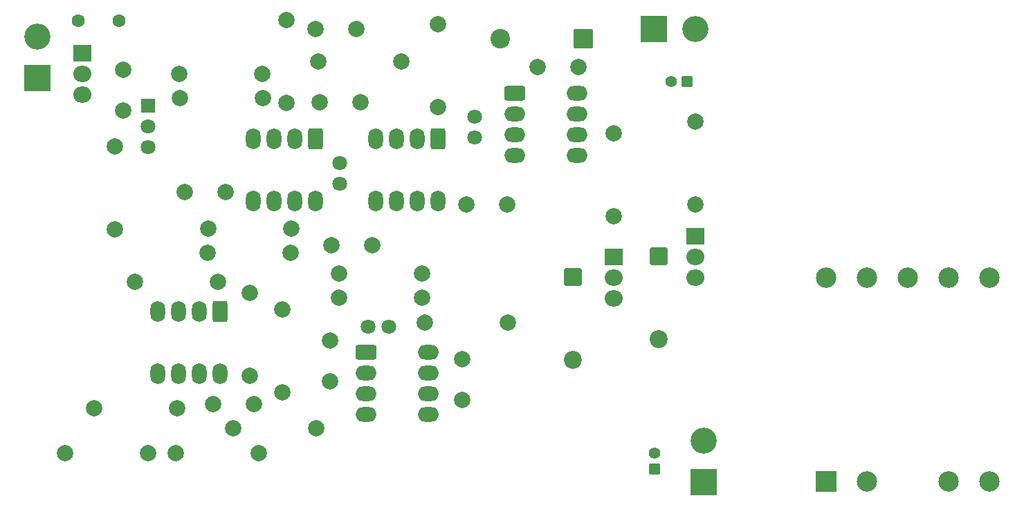
<source format=gbr>
%TF.GenerationSoftware,KiCad,Pcbnew,9.0.6*%
%TF.CreationDate,2025-11-28T19:55:11-03:00*%
%TF.ProjectId,placa_buck,706c6163-615f-4627-9563-6b2e6b696361,rev?*%
%TF.SameCoordinates,Original*%
%TF.FileFunction,Copper,L1,Top*%
%TF.FilePolarity,Positive*%
%FSLAX46Y46*%
G04 Gerber Fmt 4.6, Leading zero omitted, Abs format (unit mm)*
G04 Created by KiCad (PCBNEW 9.0.6) date 2025-11-28 19:55:11*
%MOMM*%
%LPD*%
G01*
G04 APERTURE LIST*
G04 Aperture macros list*
%AMRoundRect*
0 Rectangle with rounded corners*
0 $1 Rounding radius*
0 $2 $3 $4 $5 $6 $7 $8 $9 X,Y pos of 4 corners*
0 Add a 4 corners polygon primitive as box body*
4,1,4,$2,$3,$4,$5,$6,$7,$8,$9,$2,$3,0*
0 Add four circle primitives for the rounded corners*
1,1,$1+$1,$2,$3*
1,1,$1+$1,$4,$5*
1,1,$1+$1,$6,$7*
1,1,$1+$1,$8,$9*
0 Add four rect primitives between the rounded corners*
20,1,$1+$1,$2,$3,$4,$5,0*
20,1,$1+$1,$4,$5,$6,$7,0*
20,1,$1+$1,$6,$7,$8,$9,0*
20,1,$1+$1,$8,$9,$2,$3,0*%
G04 Aperture macros list end*
%TA.AperFunction,ComponentPad*%
%ADD10RoundRect,0.281250X-0.618750X1.018750X-0.618750X-1.018750X0.618750X-1.018750X0.618750X1.018750X0*%
%TD*%
%TA.AperFunction,ComponentPad*%
%ADD11O,1.800000X2.600000*%
%TD*%
%TA.AperFunction,ComponentPad*%
%ADD12R,3.200000X3.200000*%
%TD*%
%TA.AperFunction,ComponentPad*%
%ADD13C,3.200000*%
%TD*%
%TA.AperFunction,ComponentPad*%
%ADD14C,2.000000*%
%TD*%
%TA.AperFunction,ComponentPad*%
%ADD15R,2.200000X2.000000*%
%TD*%
%TA.AperFunction,ComponentPad*%
%ADD16O,2.200000X2.000000*%
%TD*%
%TA.AperFunction,ComponentPad*%
%ADD17R,1.800000X1.800000*%
%TD*%
%TA.AperFunction,ComponentPad*%
%ADD18C,1.800000*%
%TD*%
%TA.AperFunction,ComponentPad*%
%ADD19RoundRect,0.249999X-0.850001X0.850001X-0.850001X-0.850001X0.850001X-0.850001X0.850001X0.850001X0*%
%TD*%
%TA.AperFunction,ComponentPad*%
%ADD20C,2.200000*%
%TD*%
%TA.AperFunction,ComponentPad*%
%ADD21RoundRect,0.291666X0.408334X-0.408334X0.408334X0.408334X-0.408334X0.408334X-0.408334X-0.408334X0*%
%TD*%
%TA.AperFunction,ComponentPad*%
%ADD22C,1.400000*%
%TD*%
%TA.AperFunction,ComponentPad*%
%ADD23RoundRect,0.281250X-1.018750X-0.618750X1.018750X-0.618750X1.018750X0.618750X-1.018750X0.618750X0*%
%TD*%
%TA.AperFunction,ComponentPad*%
%ADD24O,2.600000X1.800000*%
%TD*%
%TA.AperFunction,ComponentPad*%
%ADD25RoundRect,0.291666X0.408334X0.408334X-0.408334X0.408334X-0.408334X-0.408334X0.408334X-0.408334X0*%
%TD*%
%TA.AperFunction,ComponentPad*%
%ADD26RoundRect,0.272726X0.927274X0.927274X-0.927274X0.927274X-0.927274X-0.927274X0.927274X-0.927274X0*%
%TD*%
%TA.AperFunction,ComponentPad*%
%ADD27C,2.400000*%
%TD*%
%TA.AperFunction,ComponentPad*%
%ADD28C,1.600000*%
%TD*%
%TA.AperFunction,ComponentPad*%
%ADD29C,2.500000*%
%TD*%
%TA.AperFunction,ComponentPad*%
%ADD30R,2.500000X2.500000*%
%TD*%
G04 APERTURE END LIST*
D10*
%TO.P,U6,1*%
%TO.N,Net-(R7-Pad2)*%
X158810000Y-67690000D03*
D11*
%TO.P,U6,2,-*%
%TO.N,Vcc{slash}2*%
X156270000Y-67690000D03*
%TO.P,U6,3,+*%
%TO.N,Net-(U6A-+)*%
X153730000Y-67690000D03*
%TO.P,U6,4,V-*%
%TO.N,GND*%
X151190000Y-67690000D03*
%TO.P,U6,5,+*%
X151190000Y-75310000D03*
%TO.P,U6,6,-*%
%TO.N,Vcc*%
X153730000Y-75310000D03*
%TO.P,U6,7*%
%TO.N,unconnected-(U6-Pad7)*%
X156270000Y-75310000D03*
%TO.P,U6,8,V+*%
%TO.N,Vcc*%
X158810000Y-75310000D03*
%TD*%
D10*
%TO.P,U2,1*%
%TO.N,Net-(U3A-+)*%
X170500000Y-46500000D03*
D11*
%TO.P,U2,2,-*%
%TO.N,Net-(JP2-A)*%
X167960000Y-46500000D03*
%TO.P,U2,3,+*%
%TO.N,Net-(U2A-+)*%
X165420000Y-46500000D03*
%TO.P,U2,4,V-*%
%TO.N,GND*%
X162880000Y-46500000D03*
%TO.P,U2,5,+*%
X162880000Y-54120000D03*
%TO.P,U2,6,-*%
%TO.N,Net-(U2B--)*%
X165420000Y-54120000D03*
%TO.P,U2,7*%
X167960000Y-54120000D03*
%TO.P,U2,8,V+*%
%TO.N,Vcc*%
X170500000Y-54120000D03*
%TD*%
D12*
%TO.P,J2,1,Pin_1*%
%TO.N,GND*%
X136500000Y-39080000D03*
D13*
%TO.P,J2,2,Pin_2*%
%TO.N,Vreg*%
X136500000Y-34000000D03*
%TD*%
D14*
%TO.P,R9,1*%
%TO.N,Net-(U6A-+)*%
X148420000Y-64000000D03*
%TO.P,R9,2*%
%TO.N,Net-(R7-Pad2)*%
X158580000Y-64000000D03*
%TD*%
%TO.P,R20,1*%
%TO.N,Vcc{slash}2*%
X160420000Y-82000000D03*
%TO.P,R20,2*%
X170580000Y-82000000D03*
%TD*%
%TO.P,R14,1*%
%TO.N,Net-(C11-Pad2)*%
X167580000Y-57500000D03*
%TO.P,R14,2*%
%TO.N,Net-(JP2-A)*%
X157420000Y-57500000D03*
%TD*%
D15*
%TO.P,U4,1,IN*%
%TO.N,Vreg*%
X142000000Y-36000000D03*
D16*
%TO.P,U4,2,GND*%
%TO.N,GND*%
X142000000Y-38540000D03*
%TO.P,U4,3,OUT*%
%TO.N,Vcc*%
X142000000Y-41080000D03*
%TD*%
D14*
%TO.P,C4,1*%
%TO.N,Net-(U7A--)*%
X172310000Y-76230000D03*
%TO.P,C4,2*%
%TO.N,Triangular*%
X172310000Y-71230000D03*
%TD*%
D17*
%TO.P,U8,1,REF*%
%TO.N,Net-(U8-REF)*%
X150050000Y-42450000D03*
D18*
%TO.P,U8,2,A*%
%TO.N,GND*%
X150050000Y-44990000D03*
%TO.P,U8,3,K*%
%TO.N,Net-(U2A-+)*%
X150050000Y-47530000D03*
%TD*%
D14*
%TO.P,R18,1*%
%TO.N,Vcc*%
X143420000Y-79500000D03*
%TO.P,R18,2*%
X153580000Y-79500000D03*
%TD*%
D15*
%TO.P,Q2,1,G*%
%TO.N,Net-(Q2-G)*%
X207050000Y-60960000D03*
D16*
%TO.P,Q2,2,D*%
%TO.N,Vs*%
X207050000Y-63500000D03*
%TO.P,Q2,3,S*%
%TO.N,GND*%
X207050000Y-66040000D03*
%TD*%
D18*
%TO.P,JP2,1,A*%
%TO.N,Net-(JP2-A)*%
X173500000Y-49500000D03*
%TO.P,JP2,2,B*%
%TO.N,Vf*%
X173500000Y-52040000D03*
%TD*%
%TO.P,JP3,1,A*%
%TO.N,PWM*%
X190000000Y-43750000D03*
%TO.P,JP3,2,B*%
%TO.N,Net-(JP3-B)*%
X190000000Y-46290000D03*
%TD*%
D14*
%TO.P,R7,1*%
%TO.N,Net-(U7A--)*%
X166500000Y-77580000D03*
%TO.P,R7,2*%
%TO.N,Net-(R7-Pad2)*%
X166500000Y-67420000D03*
%TD*%
D19*
%TO.P,D3,1,K*%
%TO.N,Vs*%
X202000000Y-63420000D03*
D20*
%TO.P,D3,2,A*%
%TO.N,GND*%
X202000000Y-73580000D03*
%TD*%
D14*
%TO.P,R12,1*%
%TO.N,Vcc{slash}2*%
X153420000Y-85000000D03*
%TO.P,R12,2*%
%TO.N,GND*%
X163580000Y-85000000D03*
%TD*%
D21*
%TO.P,C2,1*%
%TO.N,Vout*%
X212000000Y-87000000D03*
D22*
%TO.P,C2,2*%
%TO.N,GND*%
X212000000Y-85000000D03*
%TD*%
D14*
%TO.P,C6,1*%
%TO.N,Vcc*%
X188500000Y-73500000D03*
%TO.P,C6,2*%
%TO.N,GND*%
X188500000Y-78500000D03*
%TD*%
%TO.P,C7,1*%
%TO.N,Vcc*%
X158000000Y-79000000D03*
%TO.P,C7,2*%
%TO.N,GND*%
X163000000Y-79000000D03*
%TD*%
D23*
%TO.P,U7,1*%
%TO.N,Triangular*%
X176690000Y-72690000D03*
D24*
%TO.P,U7,2,-*%
%TO.N,Net-(U7A--)*%
X176690000Y-75230000D03*
%TO.P,U7,3,+*%
%TO.N,Vcc{slash}2*%
X176690000Y-77770000D03*
%TO.P,U7,4,V-*%
%TO.N,GND*%
X176690000Y-80310000D03*
%TO.P,U7,5,+*%
X184310000Y-80310000D03*
%TO.P,U7,6,-*%
%TO.N,Net-(U7B--)*%
X184310000Y-77770000D03*
%TO.P,U7,7*%
X184310000Y-75230000D03*
%TO.P,U7,8,V+*%
%TO.N,Vcc*%
X184310000Y-72690000D03*
%TD*%
D14*
%TO.P,R15,1*%
%TO.N,Net-(U2A-+)*%
X164080000Y-41500000D03*
%TO.P,R15,2*%
%TO.N,Net-(U8-REF)*%
X153920000Y-41500000D03*
%TD*%
%TO.P,C5,1*%
%TO.N,Vb*%
X202690000Y-37690000D03*
%TO.P,C5,2*%
%TO.N,Vs*%
X197690000Y-37690000D03*
%TD*%
%TO.P,C8,1*%
%TO.N,Vcc*%
X189000000Y-54500000D03*
%TO.P,C8,2*%
%TO.N,GND*%
X194000000Y-54500000D03*
%TD*%
%TO.P,R6,1*%
%TO.N,Vcc*%
X146000000Y-57580000D03*
%TO.P,R6,2*%
%TO.N,Net-(U2A-+)*%
X146000000Y-47420000D03*
%TD*%
%TO.P,R1,1*%
%TO.N,Net-(Q1-G)*%
X217000000Y-54580000D03*
%TO.P,R1,2*%
%TO.N,Vho*%
X217000000Y-44420000D03*
%TD*%
D15*
%TO.P,Q1,1,G*%
%TO.N,Net-(Q1-G)*%
X217000000Y-58420000D03*
D16*
%TO.P,Q1,2,D*%
%TO.N,Vin*%
X217000000Y-60960000D03*
%TO.P,Q1,3,S*%
%TO.N,Vs*%
X217000000Y-63500000D03*
%TD*%
D14*
%TO.P,C11,1*%
%TO.N,Vout*%
X177500000Y-59500000D03*
%TO.P,C11,2*%
%TO.N,Net-(C11-Pad2)*%
X172500000Y-59500000D03*
%TD*%
%TO.P,R17,1*%
%TO.N,Vcc*%
X183920000Y-69000000D03*
%TO.P,R17,2*%
X194080000Y-69000000D03*
%TD*%
D18*
%TO.P,JP1,1,A*%
%TO.N,Net-(JP1-A)*%
X177000000Y-69500000D03*
%TO.P,JP1,2,B*%
%TO.N,Triangular*%
X179540000Y-69500000D03*
%TD*%
D14*
%TO.P,C12,1*%
%TO.N,Vcc*%
X147000000Y-43000000D03*
%TO.P,C12,2*%
%TO.N,GND*%
X147000000Y-38000000D03*
%TD*%
%TO.P,C10,1*%
%TO.N,Net-(C10-Pad1)*%
X170500000Y-33000000D03*
%TO.P,C10,2*%
%TO.N,Net-(U3A-+)*%
X175500000Y-33000000D03*
%TD*%
D25*
%TO.P,C1,1*%
%TO.N,Vin*%
X216000000Y-39500000D03*
D22*
%TO.P,C1,2*%
%TO.N,GND*%
X214000000Y-39500000D03*
%TD*%
D14*
%TO.P,R2,1*%
%TO.N,Net-(Q2-G)*%
X207000000Y-56000000D03*
%TO.P,R2,2*%
%TO.N,Vlo*%
X207000000Y-45840000D03*
%TD*%
%TO.P,R10,1*%
%TO.N,Net-(U6A-+)*%
X157340000Y-60500000D03*
%TO.P,R10,2*%
%TO.N,Triangular*%
X167500000Y-60500000D03*
%TD*%
%TO.P,R8,1*%
%TO.N,Vcc*%
X162500000Y-75580000D03*
%TO.P,R8,2*%
%TO.N,Net-(R7-Pad2)*%
X162500000Y-65420000D03*
%TD*%
%TO.P,R5,1*%
%TO.N,Vcc*%
X185500000Y-32420000D03*
%TO.P,R5,2*%
%TO.N,Net-(JP3-B)*%
X185500000Y-42580000D03*
%TD*%
D10*
%TO.P,U3,1*%
%TO.N,Net-(JP3-B)*%
X185500000Y-46500000D03*
D11*
%TO.P,U3,2,-*%
%TO.N,Net-(JP1-A)*%
X182960000Y-46500000D03*
%TO.P,U3,3,+*%
%TO.N,Net-(U3A-+)*%
X180420000Y-46500000D03*
%TO.P,U3,4,V-*%
%TO.N,GND*%
X177880000Y-46500000D03*
%TO.P,U3,5,+*%
X177880000Y-54120000D03*
%TO.P,U3,6,-*%
%TO.N,Vcc*%
X180420000Y-54120000D03*
%TO.P,U3,7*%
%TO.N,unconnected-(U3-Pad7)*%
X182960000Y-54120000D03*
%TO.P,U3,8,V+*%
%TO.N,Vcc*%
X185500000Y-54120000D03*
%TD*%
D23*
%TO.P,U1,1,VCC*%
%TO.N,Vcc*%
X194880000Y-40880000D03*
D24*
%TO.P,U1,2,IN*%
%TO.N,PWM*%
X194880000Y-43420000D03*
%TO.P,U1,3,~{SD}*%
%TO.N,Vcc*%
X194880000Y-45960000D03*
%TO.P,U1,4,COM*%
%TO.N,GND*%
X194880000Y-48500000D03*
%TO.P,U1,5,LO*%
%TO.N,Vlo*%
X202500000Y-48500000D03*
%TO.P,U1,6,VS*%
%TO.N,Vs*%
X202500000Y-45960000D03*
%TO.P,U1,7,HO*%
%TO.N,Vho*%
X202500000Y-43420000D03*
%TO.P,U1,8,VB*%
%TO.N,Vb*%
X202500000Y-40880000D03*
%TD*%
D26*
%TO.P,D1,1,K*%
%TO.N,Vb*%
X203270000Y-34190000D03*
D27*
%TO.P,D1,2,A*%
%TO.N,Vcc*%
X193110000Y-34190000D03*
%TD*%
D14*
%TO.P,R11,1*%
%TO.N,Vcc*%
X139840000Y-85000000D03*
%TO.P,R11,2*%
%TO.N,Vcc{slash}2*%
X150000000Y-85000000D03*
%TD*%
D12*
%TO.P,J1,1,Pin_1*%
%TO.N,GND*%
X211955000Y-33000000D03*
D13*
%TO.P,J1,2,Pin_2*%
%TO.N,Vin*%
X217035000Y-33000000D03*
%TD*%
D14*
%TO.P,C9,1*%
%TO.N,Vcc*%
X159500000Y-53000000D03*
%TO.P,C9,2*%
%TO.N,GND*%
X154500000Y-53000000D03*
%TD*%
%TO.P,C3,1*%
%TO.N,Net-(U3A-+)*%
X176000000Y-42000000D03*
%TO.P,C3,2*%
%TO.N,Net-(JP2-A)*%
X171000000Y-42000000D03*
%TD*%
%TO.P,R4,1*%
%TO.N,Vf*%
X173420000Y-63000000D03*
%TO.P,R4,2*%
%TO.N,GND*%
X183580000Y-63000000D03*
%TD*%
D12*
%TO.P,J3,1,Pin_1*%
%TO.N,Vout*%
X218000000Y-88545000D03*
D13*
%TO.P,J3,2,Pin_2*%
%TO.N,GND*%
X218000000Y-83465000D03*
%TD*%
D14*
%TO.P,R19,1*%
%TO.N,Vcc*%
X170840000Y-37000000D03*
%TO.P,R19,2*%
X181000000Y-37000000D03*
%TD*%
%TO.P,R3,1*%
%TO.N,Vout*%
X183580000Y-66000000D03*
%TO.P,R3,2*%
%TO.N,Vf*%
X173420000Y-66000000D03*
%TD*%
%TO.P,R16,1*%
%TO.N,Net-(U8-REF)*%
X153840000Y-38500000D03*
%TO.P,R16,2*%
%TO.N,GND*%
X164000000Y-38500000D03*
%TD*%
%TO.P,R13,1*%
%TO.N,Net-(JP2-A)*%
X167000000Y-42080000D03*
%TO.P,R13,2*%
%TO.N,Net-(C10-Pad1)*%
X167000000Y-31920000D03*
%TD*%
D28*
%TO.P,C13,1*%
%TO.N,Vreg*%
X141500000Y-32000000D03*
%TO.P,C13,2*%
%TO.N,GND*%
X146500000Y-32000000D03*
%TD*%
D19*
%TO.P,D2,1,K*%
%TO.N,Vin*%
X212500000Y-60920000D03*
D20*
%TO.P,D2,2,A*%
%TO.N,Vs*%
X212500000Y-71080000D03*
%TD*%
D29*
%TO.P,L1,1,1*%
%TO.N,Vs*%
X233000000Y-63500000D03*
X238000000Y-63500000D03*
X243000000Y-63500000D03*
X248000000Y-63500000D03*
X253000000Y-63500000D03*
D30*
%TO.P,L1,2,2*%
%TO.N,Vout*%
X233000000Y-88500000D03*
D29*
X238000000Y-88500000D03*
X248000000Y-88500000D03*
X253000000Y-88500000D03*
%TD*%
M02*

</source>
